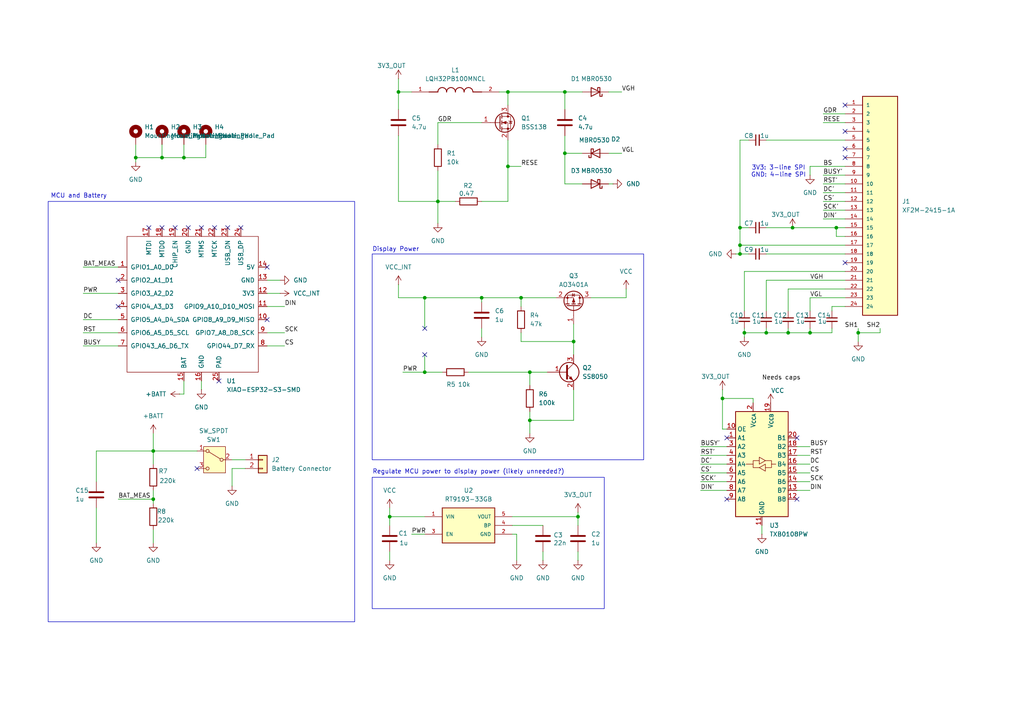
<source format=kicad_sch>
(kicad_sch (version 20231120) (generator "eeschema") (generator_version "8.0")
  (paper "A4")
  (lib_symbols
    (symbol "Connector_Generic:Conn_01x02" (pin_names (offset 1.016) hide)
      (property "Reference" "J" (at 0 2.54 0))
      (property "Value" "Conn_01x02" (at 0 -5.08 0))
      (symbol "Conn_01x02_1_1"
        (rectangle (start -1.27 -2.413) (end 0 -2.667) (stroke (width 0.1524)))
        (rectangle (start -1.27 0.127) (end 0 -0.127) (stroke (width 0.1524)))
        (rectangle (start -1.27 1.27) (end 1.27 -3.81) (stroke (width 0.254)) (fill (type background)))
        (pin passive line (at -5.08 0 0) (length 3.81) (name "Pin_1") (number "1"))
        (pin passive line (at -5.08 -2.54 0) (length 3.81) (name "Pin_2") (number "2"))
      )
    )
    (symbol "Device:C" (pin_numbers hide) (pin_names (offset 0.254))
      (property "Reference" "C" (at 0.635 2.54 0))
      (property "Value" "C" (at 0.635 -2.54 0))
      (symbol "C_0_1"
        (polyline (pts (xy -2.032 -0.762) (xy 2.032 -0.762)) (stroke (width 0.508)))
        (polyline (pts (xy -2.032 0.762) (xy 2.032 0.762)) (stroke (width 0.508)))
      )
      (symbol "C_1_1"
        (pin passive line (at 0 3.81 270) (length 2.794) (name "~") (number "1"))
        (pin passive line (at 0 -3.81 90) (length 2.794) (name "~") (number "2"))
      )
    )
    (symbol "Device:C_Small" (pin_numbers hide) (pin_names (offset 0.254) hide)
      (property "Reference" "C" (at 0.254 1.778 0))
      (property "Value" "C_Small" (at 0.254 -2.032 0))
      (symbol "C_Small_0_1"
        (polyline (pts (xy -1.524 -0.508) (xy 1.524 -0.508)) (stroke (width 0.3302)))
        (polyline (pts (xy -1.524 0.508) (xy 1.524 0.508)) (stroke (width 0.3048)))
      )
      (symbol "C_Small_1_1"
        (pin passive line (at 0 2.54 270) (length 2.032) (name "~") (number "1"))
        (pin passive line (at 0 -2.54 90) (length 2.032) (name "~") (number "2"))
      )
    )
    (symbol "Device:R" (pin_numbers hide) (pin_names (offset 0))
      (property "Reference" "R" (at 2.032 0 90))
      (property "Value" "R" (at 0 0 90))
      (symbol "R_0_1"
        (rectangle (start -1.016 -2.54) (end 1.016 2.54) (stroke (width 0.254)))
      )
      (symbol "R_1_1"
        (pin passive line (at 0 3.81 270) (length 1.27) (name "~") (number "1"))
        (pin passive line (at 0 -3.81 90) (length 1.27) (name "~") (number "2"))
      )
    )
    (symbol "Diode:MBR0530" (pin_numbers hide) (pin_names (offset 1.016) hide)
      (property "Reference" "D" (at 0 2.54 0))
      (property "Value" "MBR0530" (at 0 -2.54 0))
      (symbol "MBR0530_0_1"
        (polyline (pts (xy 1.27 0) (xy -1.27 0)))
        (polyline (pts (xy 1.27 1.27) (xy 1.27 -1.27) (xy -1.27 0) (xy 1.27 1.27)) (stroke (width 0.254)))
        (polyline (pts (xy -1.905 0.635) (xy -1.905 1.27) (xy -1.27 1.27) (xy -1.27 -1.27) (xy -0.635 -1.27) (xy -0.635 -0.635)) (stroke (width 0.254)))
      )
      (symbol "MBR0530_1_1"
        (pin passive line (at -3.81 0 0) (length 2.54) (name "K") (number "1"))
        (pin passive line (at 3.81 0 180) (length 2.54) (name "A") (number "2"))
      )
    )
    (symbol "LQH32PB100MNCL:LQH32PB100MNCL" (pin_names (offset 1.016))
      (property "Reference" "L" (at -10.16 7.62 0))
      (property "Value" "LQH32PB100MNCL" (at -10.16 5.08 0))
      (symbol "LQH32PB100MNCL_0_0"
        (arc (start -2.54 0) (mid -3.81 1.2645) (end -5.08 0) (stroke (width 0.254)))
        (arc (start 0 0) (mid -1.27 1.2645) (end -2.54 0) (stroke (width 0.254)))
        (polyline (pts (xy -5.08 0) (xy -7.62 0)) (stroke (width 0.254)))
        (polyline (pts (xy 5.08 0) (xy 7.62 0)) (stroke (width 0.254)))
        (arc (start 2.54 0) (mid 1.27 1.2645) (end 0 0) (stroke (width 0.254)))
        (arc (start 5.08 0) (mid 3.81 1.2645) (end 2.54 0) (stroke (width 0.254)))
        (pin passive line (at -12.7 0 0) (length 5.08) (name "~") (number "1"))
        (pin passive line (at 12.7 0 180) (length 5.08) (name "~") (number "2"))
      )
    )
    (symbol "Logic_LevelTranslator:TXB0108PW"
      (property "Reference" "U" (at -6.35 16.51 0))
      (property "Value" "TXB0108PW" (at 3.81 16.51 0))
      (symbol "TXB0108PW_0_1"
        (rectangle (start -7.62 15.24) (end 7.62 -15.24) (stroke (width 0.254)) (fill (type background)))
        (polyline (pts (xy -2.54 0) (xy -2.54 1.016) (xy -0.762 1.016)))
        (polyline (pts (xy 2.794 0) (xy 2.794 -1.016) (xy 1.016 -1.016)))
        (polyline (pts (xy -0.762 -1.016) (xy -2.54 -1.016) (xy -2.54 0) (xy -4.572 0)))
        (polyline (pts (xy -0.762 -1.016) (xy 1.016 0) (xy 1.016 -2.032) (xy -0.762 -1.016)))
        (polyline (pts (xy 1.016 1.016) (xy -0.762 0) (xy -0.762 2.032) (xy 1.016 1.016)))
        (polyline (pts (xy 1.016 1.016) (xy 2.794 1.016) (xy 2.794 0) (xy 4.064 0)))
      )
      (symbol "TXB0108PW_1_1"
        (pin bidirectional line (at -10.16 7.62 0) (length 2.54) (name "A1") (number "1"))
        (pin input line (at -10.16 10.16 0) (length 2.54) (name "OE") (number "10"))
        (pin power_in line (at 0 -17.78 90) (length 2.54) (name "GND") (number "11"))
        (pin bidirectional line (at 10.16 -10.16 180) (length 2.54) (name "B8") (number "12"))
        (pin bidirectional line (at 10.16 -7.62 180) (length 2.54) (name "B7") (number "13"))
        (pin bidirectional line (at 10.16 -5.08 180) (length 2.54) (name "B6") (number "14"))
        (pin bidirectional line (at 10.16 -2.54 180) (length 2.54) (name "B5") (number "15"))
        (pin bidirectional line (at 10.16 0 180) (length 2.54) (name "B4") (number "16"))
        (pin bidirectional line (at 10.16 2.54 180) (length 2.54) (name "B3") (number "17"))
        (pin bidirectional line (at 10.16 5.08 180) (length 2.54) (name "B2") (number "18"))
        (pin power_in line (at 2.54 17.78 270) (length 2.54) (name "V_{CCB}") (number "19"))
        (pin power_in line (at -2.54 17.78 270) (length 2.54) (name "V_{CCA}") (number "2"))
        (pin bidirectional line (at 10.16 7.62 180) (length 2.54) (name "B1") (number "20"))
        (pin bidirectional line (at -10.16 5.08 0) (length 2.54) (name "A2") (number "3"))
        (pin bidirectional line (at -10.16 2.54 0) (length 2.54) (name "A3") (number "4"))
        (pin bidirectional line (at -10.16 0 0) (length 2.54) (name "A4") (number "5"))
        (pin bidirectional line (at -10.16 -2.54 0) (length 2.54) (name "A5") (number "6"))
        (pin bidirectional line (at -10.16 -5.08 0) (length 2.54) (name "A6") (number "7"))
        (pin bidirectional line (at -10.16 -7.62 0) (length 2.54) (name "A7") (number "8"))
        (pin bidirectional line (at -10.16 -10.16 0) (length 2.54) (name "A8") (number "9"))
      )
    )
    (symbol "Mechanical:MountingHole_Pad" (pin_numbers hide) (pin_names (offset 1.016) hide) (exclude_from_sim yes) (in_bom no)
      (property "Reference" "H" (at 0 6.35 0))
      (property "Value" "MountingHole_Pad" (at 0 4.445 0))
      (symbol "MountingHole_Pad_0_1"
        (circle (center 0 1.27) (radius 1.27) (stroke (width 1.27)))
      )
      (symbol "MountingHole_Pad_1_1"
        (pin input line (at 0 -2.54 90) (length 2.54) (name "1") (number "1"))
      )
    )
    (symbol "RT9193-33GB:RT9193-33GB" (pin_names (offset 1.016))
      (property "Reference" "U" (at -6.3582 6.3582 0))
      (property "Value" "RT9193-33GB" (at -6.3733 -8.9227 0))
      (symbol "RT9193-33GB_0_0"
        (rectangle (start -7.62 -5.08) (end 7.62 5.08) (stroke (width 0.254)) (fill (type background)))
        (pin input line (at -12.7 2.54 0) (length 5.08) (name "VIN") (number "1"))
        (pin power_in line (at 12.7 -2.54 180) (length 5.08) (name "GND") (number "2"))
        (pin input line (at -12.7 -2.54 0) (length 5.08) (name "EN") (number "3"))
        (pin passive line (at 12.7 0 180) (length 5.08) (name "BP") (number "4"))
        (pin output line (at 12.7 2.54 180) (length 5.08) (name "VOUT") (number "5"))
      )
    )
    (symbol "Seeed_Studio_XIAO_Series:XIAO-ESP32-S3-SMD" (pin_names (offset 1.016))
      (property "Reference" "U" (at -18.542 23.114 0))
      (property "Value" "XIAO-ESP32-S3-SMD" (at -8.382 21.336 0))
      (symbol "XIAO-ESP32-S3-SMD_0_1"
        (rectangle (start 19.05 -19.05) (end -19.05 20.32))
      )
      (symbol "XIAO-ESP32-S3-SMD_1_1"
        (pin passive line (at -21.59 11.43 0) (length 2.54) (name "GPIO1_A0_D0") (number "1"))
        (pin passive line (at 21.59 -3.81 180) (length 2.54) (name "GPIO8_A9_D9_MISO") (number "10"))
        (pin passive line (at 21.59 0 180) (length 2.54) (name "GPIO9_A10_D10_MOSI") (number "11"))
        (pin passive line (at 21.59 3.81 180) (length 2.54) (name "3V3") (number "12"))
        (pin passive line (at 21.59 7.62 180) (length 2.54) (name "GND") (number "13"))
        (pin passive line (at 21.59 11.43 180) (length 2.54) (name "5V") (number "14"))
        (pin passive line (at -2.54 -21.59 90) (length 2.54) (name "BAT") (number "15"))
        (pin passive line (at 2.54 -21.59 90) (length 2.54) (name "GND") (number "16"))
        (pin passive line (at -12.7 22.86 270) (length 2.54) (name "MTDI") (number "17"))
        (pin passive line (at -8.89 22.86 270) (length 2.54) (name "MTDO") (number "18"))
        (pin passive line (at -5.08 22.86 270) (length 2.54) (name "CHIP_EN") (number "19"))
        (pin passive line (at -21.59 7.62 0) (length 2.54) (name "GPIO2_A1_D1") (number "2"))
        (pin passive line (at -1.27 22.86 270) (length 2.54) (name "GND") (number "20"))
        (pin passive line (at 2.54 22.86 270) (length 2.54) (name "MTMS") (number "21"))
        (pin passive line (at 6.35 22.86 270) (length 2.54) (name "MTCK") (number "22"))
        (pin passive line (at 10.16 22.86 270) (length 2.54) (name "USB_DN") (number "23"))
        (pin passive line (at 13.97 22.86 270) (length 2.54) (name "USB_DP") (number "24"))
        (pin passive line (at 7.62 -21.59 90) (length 2.54) (name "PAD") (number "25"))
        (pin passive line (at -21.59 3.81 0) (length 2.54) (name "GPIO3_A2_D2") (number "3"))
        (pin passive line (at -21.59 0 0) (length 2.54) (name "GPIO4_A3_D3") (number "4"))
        (pin passive line (at -21.59 -3.81 0) (length 2.54) (name "GPIO5_A4_D4_SDA") (number "5"))
        (pin passive line (at -21.59 -7.62 0) (length 2.54) (name "GPIO6_A5_D5_SCL") (number "6"))
        (pin passive line (at -21.59 -11.43 0) (length 2.54) (name "GPIO43_A6_D6_TX") (number "7"))
        (pin passive line (at 21.59 -11.43 180) (length 2.54) (name "GPIO44_D7_RX") (number "8"))
        (pin passive line (at 21.59 -7.62 180) (length 2.54) (name "GPIO7_A8_D8_SCK") (number "9"))
      )
    )
    (symbol "Switch:SW_SPDT" (pin_names (offset 0) hide)
      (property "Reference" "SW" (at 0 5.08 0))
      (property "Value" "SW_SPDT" (at 0 -5.08 0))
      (symbol "SW_SPDT_0_1"
        (circle (center -2.032 0) (radius 0.4572))
        (polyline (pts (xy -1.651 0.254) (xy 1.651 2.286)))
        (circle (center 2.032 -2.54) (radius 0.4572))
        (circle (center 2.032 2.54) (radius 0.4572))
      )
      (symbol "SW_SPDT_1_1"
        (rectangle (start -3.175 3.81) (end 3.175 -3.81) (fill (type background)))
        (pin passive line (at 5.08 2.54 180) (length 2.54) (name "A") (number "1"))
        (pin passive line (at -5.08 0 0) (length 2.54) (name "B") (number "2"))
        (pin passive line (at 5.08 -2.54 180) (length 2.54) (name "C") (number "3"))
      )
    )
    (symbol "Transistor_BJT:SS8050" (pin_names (offset 0) hide)
      (property "Reference" "Q" (at 5.08 1.905 0))
      (property "Value" "SS8050" (at 5.08 0 0))
      (symbol "SS8050_0_1"
        (polyline (pts (xy 0.635 0.635) (xy 2.54 2.54)))
        (polyline (pts (xy 0.635 -0.635) (xy 2.54 -2.54) (xy 2.54 -2.54)))
        (polyline (pts (xy 0.635 1.905) (xy 0.635 -1.905) (xy 0.635 -1.905)) (stroke (width 0.508)))
        (polyline (pts (xy 1.27 -1.778) (xy 1.778 -1.27) (xy 2.286 -2.286) (xy 1.27 -1.778) (xy 1.27 -1.778)) (fill (type outline)))
        (circle (center 1.27 0) (radius 2.8194) (stroke (width 0.254)))
      )
      (symbol "SS8050_1_1"
        (pin input line (at -5.08 0 0) (length 5.715) (name "B") (number "1"))
        (pin passive line (at 2.54 -5.08 90) (length 2.54) (name "E") (number "2"))
        (pin passive line (at 2.54 5.08 270) (length 2.54) (name "C") (number "3"))
      )
    )
    (symbol "Transistor_FET:AO3401A" (pin_names hide)
      (property "Reference" "Q" (at 5.08 1.905 0))
      (property "Value" "AO3401A" (at 5.08 0 0))
      (symbol "AO3401A_0_1"
        (polyline (pts (xy 0.254 0) (xy -2.54 0)))
        (polyline (pts (xy 0.254 1.905) (xy 0.254 -1.905)) (stroke (width 0.254)))
        (polyline (pts (xy 0.762 -1.27) (xy 0.762 -2.286)) (stroke (width 0.254)))
        (polyline (pts (xy 0.762 0.508) (xy 0.762 -0.508)) (stroke (width 0.254)))
        (polyline (pts (xy 0.762 2.286) (xy 0.762 1.27)) (stroke (width 0.254)))
        (polyline (pts (xy 2.54 2.54) (xy 2.54 1.778)))
        (polyline (pts (xy 2.54 -2.54) (xy 2.54 0) (xy 0.762 0)))
        (polyline (pts (xy 0.762 1.778) (xy 3.302 1.778) (xy 3.302 -1.778) (xy 0.762 -1.778)))
        (polyline (pts (xy 2.286 0) (xy 1.27 0.381) (xy 1.27 -0.381) (xy 2.286 0)) (fill (type outline)))
        (polyline (pts (xy 2.794 -0.508) (xy 2.921 -0.381) (xy 3.683 -0.381) (xy 3.81 -0.254)))
        (polyline (pts (xy 3.302 -0.381) (xy 2.921 0.254) (xy 3.683 0.254) (xy 3.302 -0.381)))
        (circle (center 1.651 0) (radius 2.794) (stroke (width 0.254)))
        (circle (center 2.54 -1.778) (radius 0.254) (fill (type outline)))
        (circle (center 2.54 1.778) (radius 0.254) (fill (type outline)))
      )
      (symbol "AO3401A_1_1"
        (pin input line (at -5.08 0 0) (length 2.54) (name "G") (number "1"))
        (pin passive line (at 2.54 -5.08 90) (length 2.54) (name "S") (number "2"))
        (pin passive line (at 2.54 5.08 270) (length 2.54) (name "D") (number "3"))
      )
    )
    (symbol "Transistor_FET:BSS138" (pin_names hide)
      (property "Reference" "Q" (at 5.08 1.905 0))
      (property "Value" "BSS138" (at 5.08 0 0))
      (symbol "BSS138_0_1"
        (polyline (pts (xy 0.254 0) (xy -2.54 0)))
        (polyline (pts (xy 0.254 1.905) (xy 0.254 -1.905)) (stroke (width 0.254)))
        (polyline (pts (xy 0.762 -1.27) (xy 0.762 -2.286)) (stroke (width 0.254)))
        (polyline (pts (xy 0.762 0.508) (xy 0.762 -0.508)) (stroke (width 0.254)))
        (polyline (pts (xy 0.762 2.286) (xy 0.762 1.27)) (stroke (width 0.254)))
        (polyline (pts (xy 2.54 2.54) (xy 2.54 1.778)))
        (polyline (pts (xy 2.54 -2.54) (xy 2.54 0) (xy 0.762 0)))
        (polyline (pts (xy 0.762 -1.778) (xy 3.302 -1.778) (xy 3.302 1.778) (xy 0.762 1.778)))
        (polyline (pts (xy 1.016 0) (xy 2.032 0.381) (xy 2.032 -0.381) (xy 1.016 0)) (fill (type outline)))
        (polyline (pts (xy 2.794 0.508) (xy 2.921 0.381) (xy 3.683 0.381) (xy 3.81 0.254)))
        (polyline (pts (xy 3.302 0.381) (xy 2.921 -0.254) (xy 3.683 -0.254) (xy 3.302 0.381)))
        (circle (center 1.651 0) (radius 2.794) (stroke (width 0.254)))
        (circle (center 2.54 -1.778) (radius 0.254) (fill (type outline)))
        (circle (center 2.54 1.778) (radius 0.254) (fill (type outline)))
      )
      (symbol "BSS138_1_1"
        (pin input line (at -5.08 0 0) (length 2.54) (name "G") (number "1"))
        (pin passive line (at 2.54 -5.08 90) (length 2.54) (name "S") (number "2"))
        (pin passive line (at 2.54 5.08 270) (length 2.54) (name "D") (number "3"))
      )
    )
    (symbol "XF2M-2415-1A:XF2M-2415-1A" (pin_names (offset 1.016))
      (property "Reference" "J" (at -5.58 33.02 0))
      (property "Value" "XF2M-2415-1A" (at -5.08 -33.02 0))
      (symbol "XF2M-2415-1A_0_0"
        (rectangle (start -5.08 -30.48) (end 5.08 33.02) (stroke (width 0.254)) (fill (type background)))
        (pin passive line (at -10.16 30.48 0) (length 5.08) (name "1") (number "1"))
        (pin passive line (at -10.16 7.62 0) (length 5.08) (name "10") (number "10"))
        (pin passive line (at -10.16 5.08 0) (length 5.08) (name "11") (number "11"))
        (pin passive line (at -10.16 2.54 0) (length 5.08) (name "12") (number "12"))
        (pin passive line (at -10.16 0 0) (length 5.08) (name "13") (number "13"))
        (pin passive line (at -10.16 -2.54 0) (length 5.08) (name "14") (number "14"))
        (pin passive line (at -10.16 -5.08 0) (length 5.08) (name "15") (number "15"))
        (pin passive line (at -10.16 -7.62 0) (length 5.08) (name "16") (number "16"))
        (pin passive line (at -10.16 -10.16 0) (length 5.08) (name "17") (number "17"))
        (pin passive line (at -10.16 -12.7 0) (length 5.08) (name "18") (number "18"))
        (pin passive line (at -10.16 -15.24 0) (length 5.08) (name "19") (number "19"))
        (pin passive line (at -10.16 27.94 0) (length 5.08) (name "2") (number "2"))
        (pin passive line (at -10.16 -17.78 0) (length 5.08) (name "20") (number "20"))
        (pin passive line (at -10.16 -20.32 0) (length 5.08) (name "21") (number "21"))
        (pin passive line (at -10.16 -22.86 0) (length 5.08) (name "22") (number "22"))
        (pin passive line (at -10.16 -25.4 0) (length 5.08) (name "23") (number "23"))
        (pin passive line (at -10.16 -27.94 0) (length 5.08) (name "24") (number "24"))
        (pin passive line (at -10.16 25.4 0) (length 5.08) (name "3") (number "3"))
        (pin passive line (at -10.16 22.86 0) (length 5.08) (name "4") (number "4"))
        (pin passive line (at -10.16 20.32 0) (length 5.08) (name "5") (number "5"))
        (pin passive line (at -10.16 17.78 0) (length 5.08) (name "6") (number "6"))
        (pin passive line (at -10.16 15.24 0) (length 5.08) (name "7") (number "7"))
        (pin passive line (at -10.16 12.7 0) (length 5.08) (name "8") (number "8"))
        (pin passive line (at -10.16 10.16 0) (length 5.08) (name "9") (number "9"))
      )
    )
    (symbol "power:+3.3V" (power) (pin_numbers hide) (pin_names (offset 0) hide)
      (property "Value" "+3.3V" (at 0 3.556 0))
      (symbol "+3.3V_0_1"
        (polyline (pts (xy -0.762 1.27) (xy 0 2.54)))
        (polyline (pts (xy 0 0) (xy 0 2.54)))
        (polyline (pts (xy 0 2.54) (xy 0.762 1.27)))
      )
      (symbol "+3.3V_1_1"
        (pin power_in line (at 0 0 90) (length 0) (name "~") (number "1"))
      )
    )
    (symbol "power:+BATT" (power) (pin_numbers hide) (pin_names (offset 0) hide)
      (property "Value" "+BATT" (at 0 3.556 0))
      (symbol "+BATT_0_1"
        (polyline (pts (xy -0.762 1.27) (xy 0 2.54)))
        (polyline (pts (xy 0 0) (xy 0 2.54)))
        (polyline (pts (xy 0 2.54) (xy 0.762 1.27)))
      )
      (symbol "+BATT_1_1"
        (pin power_in line (at 0 0 90) (length 0) (name "~") (number "1"))
      )
    )
    (symbol "power:GND" (power) (pin_numbers hide) (pin_names (offset 0) hide)
      (property "Value" "GND" (at 0 -3.81 0))
      (symbol "GND_0_1"
        (polyline (pts (xy 0 0) (xy 0 -1.27) (xy 1.27 -1.27) (xy 0 -2.54) (xy -1.27 -1.27) (xy 0 -1.27)))
      )
      (symbol "GND_1_1"
        (pin power_in line (at 0 0 270) (length 0) (name "~") (number "1"))
      )
    )
    (symbol "power:VCC" (power) (pin_numbers hide) (pin_names (offset 0) hide)
      (property "Value" "VCC" (at 0 3.556 0))
      (symbol "VCC_0_1"
        (polyline (pts (xy -0.762 1.27) (xy 0 2.54)))
        (polyline (pts (xy 0 0) (xy 0 2.54)))
        (polyline (pts (xy 0 2.54) (xy 0.762 1.27)))
      )
      (symbol "VCC_1_1"
        (pin power_in line (at 0 0 90) (length 0) (name "~") (number "1"))
      )
    )
  )
  (junction (at 214.63 73.66))
  (junction (at 115.57 26.67))
  (junction (at 123.19 107.95))
  (junction (at 228.6 96.52))
  (junction (at 53.34 45.72))
  (junction (at 153.67 121.92))
  (junction (at 163.83 44.45))
  (junction (at 46.99 45.72))
  (junction (at 209.55 115.57))
  (junction (at 222.25 96.52))
  (junction (at 229.87 66.04))
  (junction (at 147.32 26.67))
  (junction (at 147.32 48.26))
  (junction (at 127 58.42))
  (junction (at 44.45 144.78))
  (junction (at 214.63 66.04))
  (junction (at 163.83 26.67))
  (junction (at 248.92 96.52))
  (junction (at 113.03 149.86))
  (junction (at 44.45 130.81))
  (junction (at 234.95 96.52))
  (junction (at 153.67 107.95))
  (junction (at 123.19 86.36))
  (junction (at 139.7 86.36))
  (junction (at 151.13 86.36))
  (junction (at 242.57 66.04))
  (junction (at 167.64 149.86))
  (junction (at 166.37 99.06))
  (junction (at 214.63 71.12))
  (junction (at 215.9 96.52))
  (junction (at 39.37 45.72))
  (no_connect (at 245.11 43.18))
  (no_connect (at 245.11 76.2))
  (no_connect (at 210.82 127))
  (no_connect (at 46.99 66.04))
  (no_connect (at 57.15 135.89))
  (no_connect (at 231.14 127))
  (no_connect (at 58.42 66.04))
  (no_connect (at 66.04 66.04))
  (no_connect (at 43.18 66.04))
  (no_connect (at 62.23 66.04))
  (no_connect (at 231.14 144.78))
  (no_connect (at 34.29 81.28))
  (no_connect (at 69.85 66.04))
  (no_connect (at 77.47 92.71))
  (no_connect (at 245.11 38.1))
  (no_connect (at 54.61 66.04))
  (no_connect (at 245.11 45.72))
  (no_connect (at 50.8 66.04))
  (no_connect (at 245.11 30.48))
  (no_connect (at 210.82 144.78))
  (no_connect (at 123.19 102.87))
  (no_connect (at 63.5 110.49))
  (no_connect (at 34.29 88.9))
  (no_connect (at 123.19 95.25))
  (no_connect (at 77.47 77.47))
  (wire (pts (xy 234.95 48.26) (xy 234.95 50.8)))
  (wire (pts (xy 248.92 95.25) (xy 248.92 96.52)))
  (wire (pts (xy 71.12 135.89) (xy 67.31 135.89)))
  (wire (pts (xy 203.2 137.16) (xy 210.82 137.16)))
  (wire (pts (xy 215.9 78.74) (xy 215.9 90.17)))
  (wire (pts (xy 220.98 152.4) (xy 220.98 154.94)))
  (wire (pts (xy 163.83 44.45) (xy 163.83 53.34)))
  (wire (pts (xy 255.27 95.25) (xy 255.27 96.52)))
  (wire (pts (xy 229.87 66.04) (xy 242.57 66.04)))
  (wire (pts (xy 231.14 132.08) (xy 234.95 132.08)))
  (wire (pts (xy 238.76 63.5) (xy 245.11 63.5)))
  (wire (pts (xy 147.32 48.26) (xy 151.13 48.26)))
  (wire (pts (xy 77.47 96.52) (xy 82.55 96.52)))
  (wire (pts (xy 238.76 35.56) (xy 245.11 35.56)))
  (wire (pts (xy 218.44 115.57) (xy 218.44 116.84)))
  (wire (pts (xy 148.59 149.86) (xy 167.64 149.86)))
  (wire (pts (xy 166.37 121.92) (xy 153.67 121.92)))
  (wire (pts (xy 163.83 53.34) (xy 168.91 53.34)))
  (wire (pts (xy 77.47 81.28) (xy 81.28 81.28)))
  (wire (pts (xy 203.2 139.7) (xy 210.82 139.7)))
  (wire (pts (xy 163.83 26.67) (xy 163.83 31.75)))
  (wire (pts (xy 238.76 58.42) (xy 245.11 58.42)))
  (wire (pts (xy 222.25 81.28) (xy 222.25 90.17)))
  (wire (pts (xy 119.38 154.94) (xy 123.19 154.94)))
  (wire (pts (xy 147.32 26.67) (xy 163.83 26.67)))
  (wire (pts (xy 248.92 96.52) (xy 248.92 99.06)))
  (wire (pts (xy 127 58.42) (xy 127 64.77)))
  (wire (pts (xy 238.76 50.8) (xy 245.11 50.8)))
  (wire (pts (xy 116.84 107.95) (xy 123.19 107.95)))
  (wire (pts (xy 214.63 73.66) (xy 217.17 73.66)))
  (wire (pts (xy 67.31 133.35) (xy 71.12 133.35)))
  (wire (pts (xy 44.45 130.81) (xy 44.45 134.62)))
  (wire (pts (xy 217.17 66.04) (xy 214.63 66.04)))
  (wire (pts (xy 231.14 137.16) (xy 234.95 137.16)))
  (wire (pts (xy 153.67 119.38) (xy 153.67 121.92)))
  (wire (pts (xy 153.67 107.95) (xy 153.67 111.76)))
  (wire (pts (xy 123.19 86.36) (xy 123.19 95.25)))
  (wire (pts (xy 231.14 134.62) (xy 234.95 134.62)))
  (wire (pts (xy 209.55 115.57) (xy 209.55 124.46)))
  (wire (pts (xy 209.55 115.57) (xy 218.44 115.57)))
  (wire (pts (xy 213.36 73.66) (xy 214.63 73.66)))
  (wire (pts (xy 46.99 41.91) (xy 46.99 45.72)))
  (wire (pts (xy 148.59 154.94) (xy 149.86 154.94)))
  (wire (pts (xy 151.13 99.06) (xy 166.37 99.06)))
  (wire (pts (xy 24.13 92.71) (xy 34.29 92.71)))
  (wire (pts (xy 39.37 41.91) (xy 39.37 45.72)))
  (wire (pts (xy 115.57 86.36) (xy 123.19 86.36)))
  (wire (pts (xy 144.78 26.67) (xy 147.32 26.67)))
  (wire (pts (xy 24.13 96.52) (xy 34.29 96.52)))
  (wire (pts (xy 151.13 86.36) (xy 161.29 86.36)))
  (wire (pts (xy 148.59 152.4) (xy 157.48 152.4)))
  (wire (pts (xy 234.95 96.52) (xy 241.3 96.52)))
  (wire (pts (xy 139.7 35.56) (xy 127 35.56)))
  (wire (pts (xy 58.42 110.49) (xy 58.42 113.03)))
  (wire (pts (xy 46.99 45.72) (xy 53.34 45.72)))
  (wire (pts (xy 147.32 40.64) (xy 147.32 48.26)))
  (wire (pts (xy 27.94 130.81) (xy 27.94 139.7)))
  (wire (pts (xy 166.37 93.98) (xy 166.37 99.06)))
  (wire (pts (xy 245.11 86.36) (xy 234.95 86.36)))
  (wire (pts (xy 52.07 114.3) (xy 53.34 114.3)))
  (wire (pts (xy 214.63 40.64) (xy 214.63 66.04)))
  (wire (pts (xy 215.9 95.25) (xy 215.9 96.52)))
  (wire (pts (xy 157.48 160.02) (xy 157.48 162.56)))
  (wire (pts (xy 231.14 142.24) (xy 234.95 142.24)))
  (wire (pts (xy 67.31 135.89) (xy 67.31 140.97)))
  (wire (pts (xy 245.11 83.82) (xy 228.6 83.82)))
  (wire (pts (xy 77.47 85.09) (xy 81.28 85.09)))
  (wire (pts (xy 147.32 48.26) (xy 147.32 58.42)))
  (wire (pts (xy 209.55 113.03) (xy 209.55 115.57)))
  (wire (pts (xy 168.91 26.67) (xy 163.83 26.67)))
  (wire (pts (xy 39.37 45.72) (xy 39.37 46.99)))
  (wire (pts (xy 222.25 96.52) (xy 222.25 95.25)))
  (wire (pts (xy 127 49.53) (xy 127 58.42)))
  (wire (pts (xy 242.57 66.04) (xy 245.11 66.04)))
  (wire (pts (xy 217.17 40.64) (xy 214.63 40.64)))
  (wire (pts (xy 113.03 149.86) (xy 113.03 152.4)))
  (wire (pts (xy 222.25 66.04) (xy 229.87 66.04)))
  (wire (pts (xy 234.95 86.36) (xy 234.95 90.17)))
  (wire (pts (xy 59.69 41.91) (xy 59.69 45.72)))
  (wire (pts (xy 238.76 33.02) (xy 245.11 33.02)))
  (wire (pts (xy 115.57 26.67) (xy 119.38 26.67)))
  (wire (pts (xy 241.3 88.9) (xy 241.3 90.17)))
  (wire (pts (xy 53.34 41.91) (xy 53.34 45.72)))
  (wire (pts (xy 166.37 99.06) (xy 166.37 102.87)))
  (wire (pts (xy 44.45 130.81) (xy 57.15 130.81)))
  (wire (pts (xy 176.53 26.67) (xy 180.34 26.67)))
  (wire (pts (xy 215.9 96.52) (xy 222.25 96.52)))
  (wire (pts (xy 139.7 87.63) (xy 139.7 86.36)))
  (wire (pts (xy 255.27 96.52) (xy 248.92 96.52)))
  (wire (pts (xy 153.67 121.92) (xy 153.67 125.73)))
  (wire (pts (xy 151.13 86.36) (xy 151.13 88.9)))
  (wire (pts (xy 34.29 144.78) (xy 44.45 144.78)))
  (wire (pts (xy 228.6 96.52) (xy 228.6 95.25)))
  (wire (pts (xy 139.7 58.42) (xy 147.32 58.42)))
  (wire (pts (xy 127 35.56) (xy 127 41.91)))
  (wire (pts (xy 167.64 149.86) (xy 167.64 152.4)))
  (wire (pts (xy 222.25 40.64) (xy 245.11 40.64)))
  (wire (pts (xy 39.37 45.72) (xy 46.99 45.72)))
  (wire (pts (xy 77.47 100.33) (xy 82.55 100.33)))
  (wire (pts (xy 115.57 58.42) (xy 127 58.42)))
  (wire (pts (xy 241.3 96.52) (xy 241.3 95.25)))
  (wire (pts (xy 214.63 71.12) (xy 214.63 73.66)))
  (wire (pts (xy 245.11 78.74) (xy 215.9 78.74)))
  (wire (pts (xy 234.95 96.52) (xy 234.95 95.25)))
  (wire (pts (xy 245.11 88.9) (xy 241.3 88.9)))
  (wire (pts (xy 231.14 139.7) (xy 234.95 139.7)))
  (wire (pts (xy 242.57 68.58) (xy 245.11 68.58)))
  (wire (pts (xy 44.45 125.73) (xy 44.45 130.81)))
  (wire (pts (xy 115.57 82.55) (xy 115.57 86.36)))
  (wire (pts (xy 123.19 102.87) (xy 123.19 107.95)))
  (wire (pts (xy 163.83 44.45) (xy 168.91 44.45)))
  (wire (pts (xy 135.89 107.95) (xy 153.67 107.95)))
  (wire (pts (xy 163.83 39.37) (xy 163.83 44.45)))
  (wire (pts (xy 113.03 160.02) (xy 113.03 162.56)))
  (wire (pts (xy 228.6 83.82) (xy 228.6 90.17)))
  (wire (pts (xy 115.57 22.86) (xy 115.57 26.67)))
  (wire (pts (xy 238.76 53.34) (xy 245.11 53.34)))
  (wire (pts (xy 234.95 48.26) (xy 245.11 48.26)))
  (wire (pts (xy 113.03 147.32) (xy 113.03 149.86)))
  (wire (pts (xy 203.2 142.24) (xy 210.82 142.24)))
  (wire (pts (xy 203.2 134.62) (xy 210.82 134.62)))
  (wire (pts (xy 123.19 149.86) (xy 113.03 149.86)))
  (wire (pts (xy 171.45 86.36) (xy 181.61 86.36)))
  (wire (pts (xy 127 58.42) (xy 132.08 58.42)))
  (wire (pts (xy 147.32 26.67) (xy 147.32 30.48)))
  (wire (pts (xy 222.25 73.66) (xy 245.11 73.66)))
  (wire (pts (xy 203.2 129.54) (xy 210.82 129.54)))
  (wire (pts (xy 203.2 132.08) (xy 210.82 132.08)))
  (wire (pts (xy 24.13 100.33) (xy 34.29 100.33)))
  (wire (pts (xy 27.94 147.32) (xy 27.94 157.48)))
  (wire (pts (xy 44.45 130.81) (xy 27.94 130.81)))
  (wire (pts (xy 77.47 88.9) (xy 82.55 88.9)))
  (wire (pts (xy 238.76 55.88) (xy 245.11 55.88)))
  (wire (pts (xy 44.45 153.67) (xy 44.45 157.48)))
  (wire (pts (xy 167.64 160.02) (xy 167.64 162.56)))
  (wire (pts (xy 210.82 124.46) (xy 209.55 124.46)))
  (wire (pts (xy 176.53 53.34) (xy 177.8 53.34)))
  (wire (pts (xy 128.27 107.95) (xy 123.19 107.95)))
  (wire (pts (xy 24.13 85.09) (xy 34.29 85.09)))
  (wire (pts (xy 24.13 77.47) (xy 34.29 77.47)))
  (wire (pts (xy 59.69 45.72) (xy 53.34 45.72)))
  (wire (pts (xy 53.34 110.49) (xy 53.34 114.3)))
  (wire (pts (xy 214.63 71.12) (xy 245.11 71.12)))
  (wire (pts (xy 158.75 107.95) (xy 153.67 107.95)))
  (wire (pts (xy 139.7 95.25) (xy 139.7 97.79)))
  (wire (pts (xy 115.57 39.37) (xy 115.57 58.42)))
  (wire (pts (xy 139.7 86.36) (xy 123.19 86.36)))
  (wire (pts (xy 167.64 148.59) (xy 167.64 149.86)))
  (wire (pts (xy 231.14 129.54) (xy 234.95 129.54)))
  (wire (pts (xy 139.7 86.36) (xy 151.13 86.36)))
  (wire (pts (xy 166.37 113.03) (xy 166.37 121.92)))
  (wire (pts (xy 176.53 44.45) (xy 180.34 44.45)))
  (wire (pts (xy 149.86 154.94) (xy 149.86 162.56)))
  (wire (pts (xy 44.45 144.78) (xy 44.45 146.05)))
  (wire (pts (xy 242.57 66.04) (xy 242.57 68.58)))
  (wire (pts (xy 238.76 60.96) (xy 245.11 60.96)))
  (wire (pts (xy 151.13 96.52) (xy 151.13 99.06)))
  (wire (pts (xy 115.57 26.67) (xy 115.57 31.75)))
  (wire (pts (xy 215.9 96.52) (xy 215.9 97.79)))
  (wire (pts (xy 214.63 66.04) (xy 214.63 71.12)))
  (wire (pts (xy 228.6 96.52) (xy 234.95 96.52)))
  (wire (pts (xy 44.45 142.24) (xy 44.45 144.78)))
  (wire (pts (xy 222.25 96.52) (xy 228.6 96.52)))
  (wire (pts (xy 222.25 81.28) (xy 245.11 81.28)))
  (wire (pts (xy 181.61 86.36) (xy 181.61 83.82)))
  (rectangle (start 13.97 58.42) (end 102.87 180.34))
  (rectangle (start 107.95 138.43) (end 175.26 176.53))
  (rectangle (start 107.95 73.66) (end 186.69 133.35))
  (text "Display Power" (at 114.808 72.39 0) (effects (font (size 1.27 1.27))))
  (text "Regulate MCU power to display power (likely unneeded?)" (at 135.89 136.906 0) (effects (font (size 1.27 1.27))))
  (text "MCU and Battery" (at 22.86 56.896 0) (effects (font (size 1.27 1.27))))
  (text "3V3: 3-line SPI\nGND: 4-line SPI" (at 225.806 49.784 0) (effects (font (size 1.27 1.27))))
  (label "BUSY'" (at 238.76 50.8 0))
  (label "RST" (at 24.13 96.52 0))
  (label "BUSY'" (at 203.2 129.54 0))
  (label "BUSY" (at 234.95 129.54 0))
  (label "CS'" (at 238.76 58.42 0))
  (label "SCK" (at 234.95 139.7 0))
  (label "DC'" (at 203.2 134.62 0))
  (label "RST" (at 234.95 132.08 0))
  (label "DC" (at 234.95 134.62 0))
  (label "PWR" (at 116.84 107.95 0))
  (label "CS'" (at 203.2 137.16 0))
  (label "DIN'" (at 238.76 63.5 0))
  (label "DIN" (at 234.95 142.24 0))
  (label "BAT_MEAS" (at 24.13 77.47 0))
  (label "DIN" (at 82.55 88.9 0))
  (label "Needs caps" (at 220.98 110.49 0))
  (label "VGL" (at 180.34 44.45 0))
  (label "RST'" (at 203.2 132.08 0))
  (label "CS" (at 234.95 137.16 0))
  (label "SH1" (at 248.92 95.25 180))
  (label "BS" (at 238.76 48.26 0))
  (label "PWR" (at 24.13 85.09 0))
  (label "RST'" (at 238.76 53.34 0))
  (label "VGH" (at 234.95 81.28 0))
  (label "DIN'" (at 203.2 142.24 0))
  (label "VGL" (at 234.95 86.36 0))
  (label "SCK" (at 82.55 96.52 0))
  (label "GDR" (at 238.76 33.02 0))
  (label "GDR" (at 127 35.56 0))
  (label "SCK'" (at 203.2 139.7 0))
  (label "RESE" (at 238.76 35.56 0))
  (label "CS" (at 82.55 100.33 0))
  (label "RESE" (at 151.13 48.26 0))
  (label "DC'" (at 238.76 55.88 0))
  (label "VGH" (at 180.34 26.67 0))
  (label "BUSY" (at 24.13 100.33 0))
  (label "BAT_MEAS" (at 34.29 144.78 0))
  (label "PWR" (at 119.38 154.94 0))
  (label "SH2" (at 255.27 95.25 180))
  (label "DC" (at 24.13 92.71 0))
  (label "SCK'" (at 238.76 60.96 0))
  (symbol (lib_id "Device:R") (at 44.45 138.43 0) (unit 1)
    (property "Reference" "R7" (at 45.974 136.652 0) (effects (justify left)))
    (property "Value" "220k" (at 46.228 139.446 0) (effects (justify left)))
    (property "Footprint" "Resistor_SMD:R_0805_2012Metric" (effects (hide yes)))
    (property "Description" "Resistor" (effects (hide yes)))
  )
  (symbol (lib_id "power:+BATT") (at 44.45 125.73 0) (unit 1)
    (property "Reference" "#PWR022" (effects (hide yes)))
    (property "Value" "+BATT" (at 44.45 120.65 0))
    (property "Description" "Power symbol creates a global label with name \"+BATT\"" (effects (hide yes)))
  )
  (symbol (lib_id "power:+3.3V") (at 167.64 148.59 0) (unit 1)
    (property "Reference" "#PWR03" (effects (hide yes)))
    (property "Value" "3V3_OUT" (at 167.64 143.51 0))
    (property "Description" "Power symbol creates a global label with name \"+3.3V\"" (effects (hide yes)))
  )
  (symbol (lib_id "power:GND") (at 157.48 162.56 0) (unit 1)
    (property "Reference" "#PWR09" (effects (hide yes)))
    (property "Value" "GND" (at 157.48 167.64 0))
    (property "Description" "Power symbol creates a global label with name \"GND\" , ground" (effects (hide yes)))
  )
  (symbol (lib_id "Mechanical:MountingHole_Pad") (at 46.99 39.37 0) (unit 1) (exclude_from_sim yes) (in_bom no)
    (property "Reference" "H2" (at 49.53 36.8299 0) (effects (justify left)))
    (property "Value" "MountingHole_Pad" (at 49.53 39.3699 0) (effects (justify left)))
    (property "Footprint" "MountingHole:MountingHole_2.2mm_M2_Pad" (effects (hide yes)))
    (property "Description" "Mounting Hole with connection" (effects (hide yes)))
  )
  (symbol (lib_id "Device:C") (at 27.94 143.51 0) (unit 1)
    (property "Reference" "C15" (at 21.844 142.24 0) (effects (justify left)))
    (property "Value" "1u" (at 21.844 144.78 0) (effects (justify left)))
    (property "Footprint" "Capacitor_SMD:C_0805_2012Metric" (effects (hide yes)))
    (property "Description" "Unpolarized capacitor" (effects (hide yes)))
  )
  (symbol (lib_id "XF2M-2415-1A:XF2M-2415-1A") (at 255.27 60.96 0) (unit 1)
    (property "Reference" "J1" (at 261.62 58.4199 0) (effects (justify left)))
    (property "Value" "XF2M-2415-1A" (at 261.62 60.9599 0) (effects (justify left)))
    (property "Footprint" "XF2M-2415-1A:OMRON_XF2M-2415-1A" (effects (hide yes)))
    (property "MF" "Omron Electronics" (effects (hide yes)))
    (property "Description_1" "\n                        \n                            0.5mm Rotary backlock 24 way | Omron Electronic Components XF2M-2415-1A\n                        \n" (effects (hide yes)))
    (property "Package" "None" (effects (hide yes)))
    (property "Price" "None" (effects (hide yes)))
    (property "Check_prices" "https://www.snapeda.com/parts/XF2M-2415-1A/Omron/view-part/?ref=eda" (effects (hide yes)))
    (property "STANDARD" "Manufacturer Recommendations" (effects (hide yes)))
    (property "SnapEDA_Link" "https://www.snapeda.com/parts/XF2M-2415-1A/Omron/view-part/?ref=snap" (effects (hide yes)))
    (property "MP" "XF2M-2415-1A" (effects (hide yes)))
    (property "Availability" "In Stock" (effects (hide yes)))
    (property "MANUFACTURER" "TE Connectivity" (effects (hide yes)))
  )
  (symbol (lib_id "LQH32PB100MNCL:LQH32PB100MNCL") (at 132.08 26.67 0) (unit 1)
    (property "Reference" "L1" (at 132.08 20.32 0))
    (property "Value" "LQH32PB100MNCL" (at 132.08 22.86 0))
    (property "Footprint" "LQH32PB100MNCL:IND_LQH32PB100MNCL" (effects (hide yes)))
    (property "PARTREV" "N/A" (effects (hide yes)))
    (property "MANUFACTURER" "Murata" (effects (hide yes)))
    (property "MAXIMUM_PACKAGE_HEIGHT" "1.7mm" (effects (hide yes)))
    (property "STANDARD" "Manufacturer Recommendations" (effects (hide yes)))
    (property "LCSC" " LQH32PB100MNCL C711133" (effects (hide yes)))
  )
  (symbol (lib_id "RT9193-33GB:RT9193-33GB") (at 135.89 152.4 0) (unit 1)
    (property "Reference" "U2" (at 135.89 142.24 0))
    (property "Value" "RT9193-33GB" (at 135.89 144.78 0))
    (property "Footprint" "RT9193_33GB:SOT94P279X129-5N" (effects (hide yes)))
    (property "PRICE" "$0.19 USD" (effects (hide yes)))
    (property "MF" "RICHTEK" (effects (hide yes)))
    (property "AVAILABILITY" "Good" (effects (hide yes)))
    (property "MP" "RT9193-33GB" (effects (hide yes)))
    (property "PACKAGE" "SOT-23-5" (effects (hide yes)))
  )
  (symbol (lib_id "power:VCC") (at 113.03 147.32 0) (unit 1)
    (property "Reference" "#PWR04" (effects (hide yes)))
    (property "Value" "VCC" (at 113.03 142.24 0))
    (property "Description" "Power symbol creates a global label with name \"VCC\"" (effects (hide yes)))
  )
  (symbol (lib_id "Device:C") (at 115.57 35.56 0) (unit 1)
    (property "Reference" "C5" (at 119.38 34.2899 0) (effects (justify left)))
    (property "Value" "4.7u" (at 119.38 36.8299 0) (effects (justify left)))
    (property "Footprint" "Capacitor_SMD:C_0805_2012Metric" (effects (hide yes)))
    (property "Description" "Unpolarized capacitor" (effects (hide yes)))
  )
  (symbol (lib_id "Device:C_Small") (at 222.25 92.71 0) (unit 1)
    (property "Reference" "C11" (at 219.964 91.44 0))
    (property "Value" "1u" (at 219.456 93.218 0))
    (property "Footprint" "Capacitor_SMD:C_0805_2012Metric" (effects (hide yes)))
    (property "Description" "Unpolarized capacitor, small symbol" (effects (hide yes)))
  )
  (symbol (lib_id "Mechanical:MountingHole_Pad") (at 53.34 39.37 0) (unit 1) (exclude_from_sim yes) (in_bom no)
    (property "Reference" "H3" (at 55.88 36.8299 0) (effects (justify left)))
    (property "Value" "MountingHole_Pad" (at 55.88 39.3699 0) (effects (justify left)))
    (property "Footprint" "MountingHole:MountingHole_2.2mm_M2_Pad" (effects (hide yes)))
    (property "Description" "Mounting Hole with connection" (effects (hide yes)))
  )
  (symbol (lib_id "Device:R") (at 132.08 107.95 90) (unit 1)
    (property "Reference" "R5" (at 130.81 111.506 90))
    (property "Value" "10k" (at 134.62 111.506 90))
    (property "Footprint" "Resistor_SMD:R_0805_2012Metric" (effects (hide yes)))
    (property "Description" "Resistor" (effects (hide yes)))
  )
  (symbol (lib_id "Device:R") (at 153.67 115.57 180) (unit 1)
    (property "Reference" "R6" (at 156.21 114.2999 0) (effects (justify right)))
    (property "Value" "100k" (at 156.21 116.8399 0) (effects (justify right)))
    (property "Footprint" "Resistor_SMD:R_0805_2012Metric" (effects (hide yes)))
    (property "Description" "Resistor" (effects (hide yes)))
  )
  (symbol (lib_id "Transistor_FET:AO3401A") (at 166.37 88.9 270) (mirror x) (unit 1)
    (property "Reference" "Q3" (at 166.37 80.01 90))
    (property "Value" "AO3401A" (at 166.37 82.55 90))
    (property "Footprint" "Package_TO_SOT_SMD:SOT-23" (effects (hide yes)))
    (property "Datasheet" "http://www.aosmd.com/pdfs/datasheet/AO3401A.pdf" (effects (hide yes)))
    (property "Description" "-4.0A Id, -30V Vds, P-Channel MOSFET, SOT-23" (effects (hide yes)))
  )
  (symbol (lib_id "power:GND") (at 153.67 125.73 0) (unit 1)
    (property "Reference" "#PWR015" (effects (hide yes)))
    (property "Value" "GND" (at 153.67 130.81 0))
    (property "Description" "Power symbol creates a global label with name \"GND\" , ground" (effects (hide yes)))
  )
  (symbol (lib_id "Device:C_Small") (at 219.71 73.66 90) (unit 1)
    (property "Reference" "C9" (at 217.17 72.39 90))
    (property "Value" "1u" (at 221.742 72.39 90))
    (property "Footprint" "Capacitor_SMD:C_0805_2012Metric" (effects (hide yes)))
    (property "Description" "Unpolarized capacitor, small symbol" (effects (hide yes)))
  )
  (symbol (lib_id "power:+3.3V") (at 209.55 113.03 0) (unit 1)
    (property "Reference" "#PWR010" (effects (hide yes)))
    (property "Value" "3V3_OUT" (at 207.518 109.22 0))
    (property "Description" "Power symbol creates a global label with name \"+3.3V\"" (effects (hide yes)))
  )
  (symbol (lib_id "power:+BATT") (at 52.07 114.3 90) (unit 1)
    (property "Reference" "#PWR013" (effects (hide yes)))
    (property "Value" "+BATT" (at 48.26 114.2999 90) (effects (justify left)))
    (property "Description" "Power symbol creates a global label with name \"+BATT\"" (effects (hide yes)))
  )
  (symbol (lib_id "power:VCC") (at 81.28 85.09 270) (unit 1)
    (property "Reference" "#PWR02" (effects (hide yes)))
    (property "Value" "VCC_INT" (at 85.09 85.0899 90) (effects (justify left)))
    (property "Description" "Power symbol creates a global label with name \"VCC\"" (effects (hide yes)))
  )
  (symbol (lib_id "power:GND") (at 139.7 97.79 0) (unit 1)
    (property "Reference" "#PWR016" (effects (hide yes)))
    (property "Value" "GND" (at 139.7 102.87 0))
    (property "Description" "Power symbol creates a global label with name \"GND\" , ground" (effects (hide yes)))
  )
  (symbol (lib_id "power:+3.3V") (at 229.87 66.04 0) (unit 1)
    (property "Reference" "#PWR025" (effects (hide yes)))
    (property "Value" "3V3_OUT" (at 227.838 62.23 0))
    (property "Description" "Power symbol creates a global label with name \"+3.3V\"" (effects (hide yes)))
  )
  (symbol (lib_id "Device:R") (at 44.45 149.86 0) (unit 1)
    (property "Reference" "R8" (at 45.466 148.336 0) (effects (justify left)))
    (property "Value" "220k" (at 45.72 150.876 0) (effects (justify left)))
    (property "Footprint" "Resistor_SMD:R_0805_2012Metric" (effects (hide yes)))
    (property "Description" "Resistor" (effects (hide yes)))
  )
  (symbol (lib_id "Transistor_FET:BSS138") (at 144.78 35.56 0) (unit 1)
    (property "Reference" "Q1" (at 151.13 34.2899 0) (effects (justify left)))
    (property "Value" "BSS138" (at 151.13 36.8299 0) (effects (justify left)))
    (property "Footprint" "Package_TO_SOT_SMD:SOT-23" (effects (hide yes)))
    (property "Datasheet" "https://www.onsemi.com/pub/Collateral/BSS138-D.PDF" (effects (hide yes)))
    (property "Description" "50V Vds, 0.22A Id, N-Channel MOSFET, SOT-23" (effects (hide yes)))
    (property "LCSC" "C52895" (effects (hide yes)))
  )
  (symbol (lib_id "Logic_LevelTranslator:TXB0108PW") (at 220.98 134.62 0) (unit 1)
    (property "Reference" "U3" (at 223.1741 152.4 0) (effects (justify left)))
    (property "Value" "TXB0108PW" (at 223.1741 154.94 0) (effects (justify left)))
    (property "Footprint" "Package_SO:TSSOP-20_4.4x6.5mm_P0.65mm" (effects (hide yes)))
    (property "Datasheet" "http://www.ti.com/lit/ds/symlink/txb0108.pdf" (effects (hide yes)))
    (property "Description" "8-Bit Bidirectional Voltage-Level Translator, Auto Direction Sensing and ±15-kV ESD Protection, 1.2 - 3.6V APort, 1.65 - 5.5V BPort, TSSOP-20" (effects (hide yes)))
  )
  (symbol (lib_id "power:GND") (at 127 64.77 0) (unit 1)
    (property "Reference" "#PWR014" (effects (hide yes)))
    (property "Value" "GND" (at 127 69.85 0))
    (property "Description" "Power symbol creates a global label with name \"GND\" , ground" (effects (hide yes)))
  )
  (symbol (lib_id "Device:C_Small") (at 219.71 66.04 90) (unit 1)
    (property "Reference" "C7" (at 217.17 64.77 90))
    (property "Value" "1u" (at 221.742 64.77 90))
    (property "Footprint" "Capacitor_SMD:C_0805_2012Metric" (effects (hide yes)))
    (property "Description" "Unpolarized capacitor, small symbol" (effects (hide yes)))
  )
  (symbol (lib_id "Device:C") (at 113.03 156.21 0) (unit 1)
    (property "Reference" "C1" (at 115.57 154.686 0) (effects (justify left)))
    (property "Value" "1u" (at 115.824 157.48 0) (effects (justify left)))
    (property "Footprint" "Capacitor_SMD:C_0805_2012Metric" (effects (hide yes)))
    (property "Description" "Unpolarized capacitor" (effects (hide yes)))
  )
  (symbol (lib_id "power:GND") (at 44.45 157.48 0) (unit 1)
    (property "Reference" "#PWR026" (effects (hide yes)))
    (property "Value" "GND" (at 44.45 162.56 0))
    (property "Description" "Power symbol creates a global label with name \"GND\" , ground" (effects (hide yes)))
  )
  (symbol (lib_id "power:GND") (at 213.36 73.66 270) (unit 1)
    (property "Reference" "#PWR024" (effects (hide yes)))
    (property "Value" "GND" (at 209.55 73.6599 90) (effects (justify right)))
    (property "Description" "Power symbol creates a global label with name \"GND\" , ground" (effects (hide yes)))
  )
  (symbol (lib_id "power:GND") (at 27.94 157.48 0) (unit 1)
    (property "Reference" "#PWR029" (effects (hide yes)))
    (property "Value" "GND" (at 27.94 162.56 0))
    (property "Description" "Power symbol creates a global label with name \"GND\" , ground" (effects (hide yes)))
  )
  (symbol (lib_id "Transistor_BJT:SS8050") (at 163.83 107.95 0) (unit 1)
    (property "Reference" "Q2" (at 168.91 106.6799 0) (effects (justify left)))
    (property "Value" "SS8050" (at 168.91 109.2199 0) (effects (justify left)))
    (property "Footprint" "Package_TO_SOT_SMD:SOT-23" (effects (hide yes)))
    (property "Datasheet" "http://www.secosgmbh.com/datasheet/products/SSMPTransistor/SOT-23/SS8050.pdf" (effects (hide yes)))
    (property "Description" "General Purpose NPN Transistor, 1.5A Ic, 25V Vce, SOT-23" (effects (hide yes)))
  )
  (symbol (lib_id "Device:C") (at 139.7 91.44 0) (unit 1)
    (property "Reference" "C6" (at 143.51 90.1699 0) (effects (justify left)))
    (property "Value" "1u" (at 143.51 92.7099 0) (effects (justify left)))
    (property "Footprint" "Capacitor_SMD:C_0805_2012Metric" (effects (hide yes)))
    (property "Description" "Unpolarized capacitor" (effects (hide yes)))
  )
  (symbol (lib_id "Seeed_Studio_XIAO_Series:XIAO-ESP32-S3-SMD") (at 55.88 88.9 0) (unit 1)
    (property "Reference" "U1" (at 65.6941 110.49 0) (effects (justify left)))
    (property "Value" "XIAO-ESP32-S3-SMD" (at 65.6941 113.03 0) (effects (justify left)))
    (property "Footprint" "XIAO:XIAO-ESP32S3-SMD" (effects (hide yes)))
    (property "LCSC" "C9900154951" (effects (hide yes)))
  )
  (symbol (lib_id "power:GND") (at 149.86 162.56 0) (unit 1)
    (property "Reference" "#PWR07" (effects (hide yes)))
    (property "Value" "GND" (at 149.86 167.64 0))
    (property "Description" "Power symbol creates a global label with name \"GND\" , ground" (effects (hide yes)))
  )
  (symbol (lib_id "power:+3.3V") (at 115.57 22.86 0) (unit 1)
    (property "Reference" "#PWR019" (effects (hide yes)))
    (property "Value" "3V3_OUT" (at 113.538 19.05 0))
    (property "Description" "Power symbol creates a global label with name \"+3.3V\"" (effects (hide yes)))
  )
  (symbol (lib_id "power:GND") (at 58.42 113.03 0) (unit 1)
    (property "Reference" "#PWR030" (effects (hide yes)))
    (property "Value" "GND" (at 58.42 118.11 0))
    (property "Description" "Power symbol creates a global label with name \"GND\" , ground" (effects (hide yes)))
  )
  (symbol (lib_id "Device:C") (at 157.48 156.21 0) (unit 1)
    (property "Reference" "C3" (at 160.528 155.194 0) (effects (justify left)))
    (property "Value" "22n" (at 160.528 157.48 0) (effects (justify left)))
    (property "Footprint" "Capacitor_SMD:C_0805_2012Metric" (effects (hide yes)))
    (property "Description" "Unpolarized capacitor" (effects (hide yes)))
  )
  (symbol (lib_id "power:GND") (at 67.31 140.97 0) (unit 1)
    (property "Reference" "#PWR028" (effects (hide yes)))
    (property "Value" "GND" (at 67.31 146.05 0))
    (property "Description" "Power symbol creates a global label with name \"GND\" , ground" (effects (hide yes)))
  )
  (symbol (lib_id "Device:C_Small") (at 219.71 40.64 90) (unit 1)
    (property "Reference" "C8" (at 217.17 39.37 90))
    (property "Value" "1u" (at 221.742 39.37 90))
    (property "Footprint" "Capacitor_SMD:C_0805_2012Metric" (effects (hide yes)))
    (property "Description" "Unpolarized capacitor, small symbol" (effects (hide yes)))
  )
  (symbol (lib_id "power:VCC") (at 115.57 82.55 0) (unit 1)
    (property "Reference" "#PWR018" (effects (hide yes)))
    (property "Value" "VCC_INT" (at 115.57 77.47 0))
    (property "Description" "Power symbol creates a global label with name \"VCC\"" (effects (hide yes)))
  )
  (symbol (lib_id "Diode:MBR0530") (at 172.72 26.67 180) (unit 1)
    (property "Reference" "D1" (at 166.878 22.86 0))
    (property "Value" "MBR0530" (at 173.0375 22.86 0))
    (property "Footprint" "Diode_SMD:D_SOD-123" (effects (hide yes)))
    (property "Datasheet" "http://www.mccsemi.com/up_pdf/MBR0520~MBR0580(SOD123).pdf" (effects (hide yes)))
    (property "Description" "30V 0.5A Schottky Power Rectifier Diode, SOD-123" (effects (hide yes)))
  )
  (symbol (lib_id "Device:R") (at 135.89 58.42 270) (unit 1)
    (property "Reference" "R2" (at 134.366 53.848 90) (effects (justify left)))
    (property "Value" "0.47" (at 133.096 56.134 90) (effects (justify left)))
    (property "Footprint" "Resistor_SMD:R_0805_2012Metric" (effects (hide yes)))
    (property "Description" "Resistor" (effects (hide yes)))
  )
  (symbol (lib_id "power:GND") (at 234.95 50.8 0) (unit 1)
    (property "Reference" "#PWR021" (effects (hide yes)))
    (property "Value" "GND" (at 234.95 55.88 0))
    (property "Description" "Power symbol creates a global label with name \"GND\" , ground" (effects (hide yes)))
  )
  (symbol (lib_id "power:GND") (at 215.9 97.79 0) (unit 1)
    (property "Reference" "#PWR023" (effects (hide yes)))
    (property "Value" "GND" (at 215.9 102.87 0))
    (property "Description" "Power symbol creates a global label with name \"GND\" , ground" (effects (hide yes)))
  )
  (symbol (lib_id "power:GND") (at 81.28 81.28 90) (unit 1)
    (property "Reference" "#PWR01" (effects (hide yes)))
    (property "Value" "GND" (at 85.09 81.2799 90) (effects (justify right)))
    (property "Description" "Power symbol creates a global label with name \"GND\" , ground" (effects (hide yes)))
  )
  (symbol (lib_id "Device:C_Small") (at 241.3 92.71 0) (unit 1)
    (property "Reference" "C14" (at 239.014 91.44 0))
    (property "Value" "1u" (at 238.506 93.218 0))
    (property "Footprint" "Capacitor_SMD:C_0805_2012Metric" (effects (hide yes)))
    (property "Description" "Unpolarized capacitor, small symbol" (effects (hide yes)))
  )
  (symbol (lib_id "Mechanical:MountingHole_Pad") (at 39.37 39.37 0) (unit 1) (exclude_from_sim yes) (in_bom no)
    (property "Reference" "H1" (at 41.91 36.8299 0) (effects (justify left)))
    (property "Value" "MountingHole_Pad" (at 41.91 39.3699 0) (effects (justify left)))
    (property "Footprint" "MountingHole:MountingHole_2.2mm_M2_Pad" (effects (hide yes)))
    (property "Description" "Mounting Hole with connection" (effects (hide yes)))
  )
  (symbol (lib_id "Device:C") (at 167.64 156.21 0) (unit 1)
    (property "Reference" "C2" (at 171.45 154.9399 0) (effects (justify left)))
    (property "Value" "1u" (at 171.45 157.4799 0) (effects (justify left)))
    (property "Footprint" "Capacitor_SMD:C_0805_2012Metric" (effects (hide yes)))
    (property "Description" "Unpolarized capacitor" (effects (hide yes)))
  )
  (symbol (lib_id "Diode:MBR0530") (at 172.72 53.34 180) (unit 1)
    (property "Reference" "D3" (at 166.878 49.53 0))
    (property "Value" "MBR0530" (at 173.0375 49.53 0))
    (property "Footprint" "Diode_SMD:D_SOD-123" (effects (hide yes)))
    (property "Datasheet" "http://www.mccsemi.com/up_pdf/MBR0520~MBR0580(SOD123).pdf" (effects (hide yes)))
    (property "Description" "30V 0.5A Schottky Power Rectifier Diode, SOD-123" (effects (hide yes)))
  )
  (symbol (lib_id "Device:C") (at 163.83 35.56 0) (unit 1)
    (property "Reference" "C4" (at 167.64 34.2899 0) (effects (justify left)))
    (property "Value" "4.7u" (at 167.64 36.8299 0) (effects (justify left)))
    (property "Footprint" "Capacitor_SMD:C_0805_2012Metric" (effects (hide yes)))
    (property "Description" "Unpolarized capacitor" (effects (hide yes)))
  )
  (symbol (lib_id "power:GND") (at 167.64 162.56 0) (unit 1)
    (property "Reference" "#PWR08" (effects (hide yes)))
    (property "Value" "GND" (at 167.64 167.64 0))
    (property "Description" "Power symbol creates a global label with name \"GND\" , ground" (effects (hide yes)))
  )
  (symbol (lib_id "Device:R") (at 127 45.72 180) (unit 1)
    (property "Reference" "R1" (at 129.54 44.4499 0) (effects (justify right)))
    (property "Value" "10k" (at 129.54 46.9899 0) (effects (justify right)))
    (property "Footprint" "Resistor_SMD:R_0805_2012Metric" (effects (hide yes)))
    (property "Description" "Resistor" (effects (hide yes)))
  )
  (symbol (lib_id "Device:C_Small") (at 215.9 92.71 0) (unit 1)
    (property "Reference" "C10" (at 213.614 91.44 0))
    (property "Value" "1u" (at 213.106 93.218 0))
    (property "Footprint" "Capacitor_SMD:C_0805_2012Metric" (effects (hide yes)))
    (property "Description" "Unpolarized capacitor, small symbol" (effects (hide yes)))
  )
  (symbol (lib_id "power:GND") (at 177.8 53.34 90) (unit 1)
    (property "Reference" "#PWR020" (effects (hide yes)))
    (property "Value" "GND" (at 181.61 53.3399 90) (effects (justify right)))
    (property "Description" "Power symbol creates a global label with name \"GND\" , ground" (effects (hide yes)))
  )
  (symbol (lib_id "Device:R") (at 151.13 92.71 0) (unit 1)
    (property "Reference" "R4" (at 153.67 91.4399 0) (effects (justify left)))
    (property "Value" "47k" (at 153.67 93.9799 0) (effects (justify left)))
    (property "Footprint" "Resistor_SMD:R_0805_2012Metric" (effects (hide yes)))
    (property "Description" "Resistor" (effects (hide yes)))
  )
  (symbol (lib_id "power:VCC") (at 181.61 83.82 0) (unit 1)
    (property "Reference" "#PWR017" (effects (hide yes)))
    (property "Value" "VCC" (at 181.61 78.74 0))
    (property "Description" "Power symbol creates a global label with name \"VCC\"" (effects (hide yes)))
  )
  (symbol (lib_id "power:GND") (at 39.37 46.99 0) (unit 1)
    (property "Reference" "#PWR05" (effects (hide yes)))
    (property "Value" "GND" (at 39.37 52.07 0))
    (property "Description" "Power symbol creates a global label with name \"GND\" , ground" (effects (hide yes)))
  )
  (symbol (lib_id "power:VCC") (at 223.52 116.84 0) (unit 1)
    (property "Reference" "#PWR011" (effects (hide yes)))
    (property "Value" "VCC" (at 225.552 113.284 0))
    (property "Description" "Power symbol creates a global label with name \"VCC\"" (effects (hide yes)))
  )
  (symbol (lib_id "Mechanical:MountingHole_Pad") (at 59.69 39.37 0) (unit 1) (exclude_from_sim yes) (in_bom no)
    (property "Reference" "H4" (at 62.23 36.8299 0) (effects (justify left)))
    (property "Value" "MountingHole_Pad" (at 62.23 39.3699 0) (effects (justify left)))
    (property "Footprint" "MountingHole:MountingHole_2.2mm_M2_Pad" (effects (hide yes)))
    (property "Description" "Mounting Hole with connection" (effects (hide yes)))
  )
  (symbol (lib_id "power:GND") (at 248.92 99.06 0) (unit 1)
    (property "Reference" "#PWR027" (effects (hide yes)))
    (property "Value" "GND" (at 248.92 104.14 0))
    (property "Description" "Power symbol creates a global label with name \"GND\" , ground" (effects (hide yes)))
  )
  (symbol (lib_id "Switch:SW_SPDT") (at 62.23 133.35 0) (mirror y) (unit 1)
    (property "Reference" "SW1" (at 61.976 127.508 0))
    (property "Value" "SW_SPDT" (at 61.976 124.968 0))
    (property "Footprint" "Button_Switch_SMD:SW_SPDT_CK_JS102011SAQN" (effects (hide yes)))
    (property "Description" "Switch, single pole double throw" (effects (hide yes)))
  )
  (symbol (lib_id "Device:C_Small") (at 234.95 92.71 0) (unit 1)
    (property "Reference" "C13" (at 232.664 91.44 0))
    (property "Value" "1u" (at 232.156 93.218 0))
    (property "Footprint" "Capacitor_SMD:C_0805_2012Metric" (effects (hide yes)))
    (property "Description" "Unpolarized capacitor, small symbol" (effects (hide yes)))
  )
  (symbol (lib_id "power:GND") (at 220.98 154.94 0) (unit 1)
    (property "Reference" "#PWR012" (effects (hide yes)))
    (property "Value" "GND" (at 220.98 160.02 0))
    (property "Description" "Power symbol creates a global label with name \"GND\" , ground" (effects (hide yes)))
  )
  (symbol (lib_id "Connector_Generic:Conn_01x02") (at 76.2 133.35 0) (unit 1)
    (property "Reference" "J2" (at 78.74 133.3499 0) (effects (justify left)))
    (property "Value" "Battery Connector" (at 78.74 135.8899 0) (effects (justify left)))
    (property "Footprint" "Connector_JST:JST_EH_S2B-EH_1x02_P2.50mm_Horizontal" (effects (hide yes)))
    (property "Description" "Generic connector, single row, 01x02, script generated (kicad-library-utils/schlib/autogen/connector/)" (effects (hide yes)))
  )
  (symbol (lib_id "Device:C_Small") (at 228.6 92.71 0) (unit 1)
    (property "Reference" "C12" (at 226.314 91.44 0))
    (property "Value" "1u" (at 225.806 93.218 0))
    (property "Footprint" "Capacitor_SMD:C_0805_2012Metric" (effects (hide yes)))
    (property "Description" "Unpolarized capacitor, small symbol" (effects (hide yes)))
  )
  (symbol (lib_id "power:GND") (at 113.03 162.56 0) (unit 1)
    (property "Reference" "#PWR06" (effects (hide yes)))
    (property "Value" "GND" (at 113.03 167.64 0))
    (property "Description" "Power symbol creates a global label with name \"GND\" , ground" (effects (hide yes)))
  )
  (symbol (lib_id "Diode:MBR0530") (at 172.72 44.45 0) (mirror x) (unit 1)
    (property "Reference" "D2" (at 178.562 40.386 0))
    (property "Value" "MBR0530" (at 172.4025 40.64 0))
    (property "Footprint" "Diode_SMD:D_SOD-123" (effects (hide yes)))
    (property "Datasheet" "http://www.mccsemi.com/up_pdf/MBR0520~MBR0580(SOD123).pdf" (effects (hide yes)))
    (property "Description" "30V 0.5A Schottky Power Rectifier Diode, SOD-123" (effects (hide yes)))
  )
)
</source>
